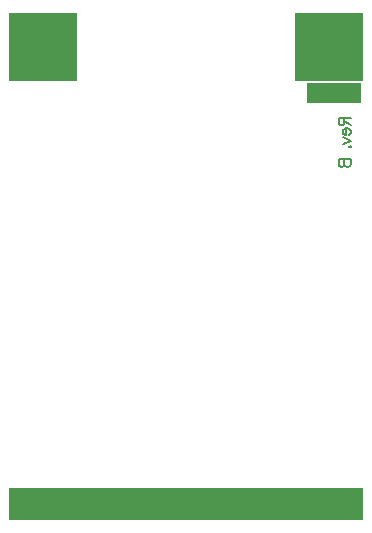
<source format=gbs>
G04*
G04 #@! TF.GenerationSoftware,Altium Limited,Altium Designer,19.0.15 (446)*
G04*
G04 Layer_Color=16711935*
%FSLAX44Y44*%
%MOMM*%
G71*
G01*
G75*
%ADD33R,4.6000X1.7000*%
%ADD34R,30.0000X2.8000*%
%ADD36R,0.6500X2.5500*%
%ADD57R,5.8500X5.8500*%
%ADD67C,0.1500*%
D33*
X275000Y360500D02*
D03*
D34*
X150000Y13000D02*
D03*
D36*
X148000Y13500D02*
D03*
X140000D02*
D03*
X164000D02*
D03*
X172000D02*
D03*
X188000D02*
D03*
X212000D02*
D03*
X204000D02*
D03*
X228000D02*
D03*
X244000D02*
D03*
X252000D02*
D03*
X268000D02*
D03*
X180000D02*
D03*
X156000D02*
D03*
X132000D02*
D03*
X236000D02*
D03*
X220000D02*
D03*
X196000D02*
D03*
X260000D02*
D03*
X36000D02*
D03*
X44000D02*
D03*
X52000D02*
D03*
X60000D02*
D03*
X68000D02*
D03*
X76000D02*
D03*
X84000D02*
D03*
X92000D02*
D03*
D57*
X271000Y400000D02*
D03*
X29000D02*
D03*
D67*
X279002Y340000D02*
X289000D01*
X279002D02*
Y335715D01*
X279478Y334287D01*
X279954Y333811D01*
X280907Y333335D01*
X281859D01*
X282811Y333811D01*
X283287Y334287D01*
X283763Y335715D01*
Y340000D01*
Y336667D02*
X289000Y333335D01*
X285191Y331097D02*
Y325384D01*
X284239D01*
X283287Y325860D01*
X282811Y326336D01*
X282335Y327288D01*
Y328717D01*
X282811Y329669D01*
X283763Y330621D01*
X285191Y331097D01*
X286143D01*
X287572Y330621D01*
X288524Y329669D01*
X289000Y328717D01*
Y327288D01*
X288524Y326336D01*
X287572Y325384D01*
X282335Y323242D02*
X289000Y320385D01*
X282335Y317529D02*
X289000Y320385D01*
X288048Y315434D02*
X288524Y315910D01*
X289000Y315434D01*
X288524Y314958D01*
X288048Y315434D01*
X279002Y304912D02*
X289000D01*
X279002D02*
Y300627D01*
X279478Y299199D01*
X279954Y298723D01*
X280907Y298247D01*
X281859D01*
X282811Y298723D01*
X283287Y299199D01*
X283763Y300627D01*
Y304912D02*
Y300627D01*
X284239Y299199D01*
X284715Y298723D01*
X285667Y298247D01*
X287096D01*
X288048Y298723D01*
X288524Y299199D01*
X289000Y300627D01*
Y304912D01*
M02*

</source>
